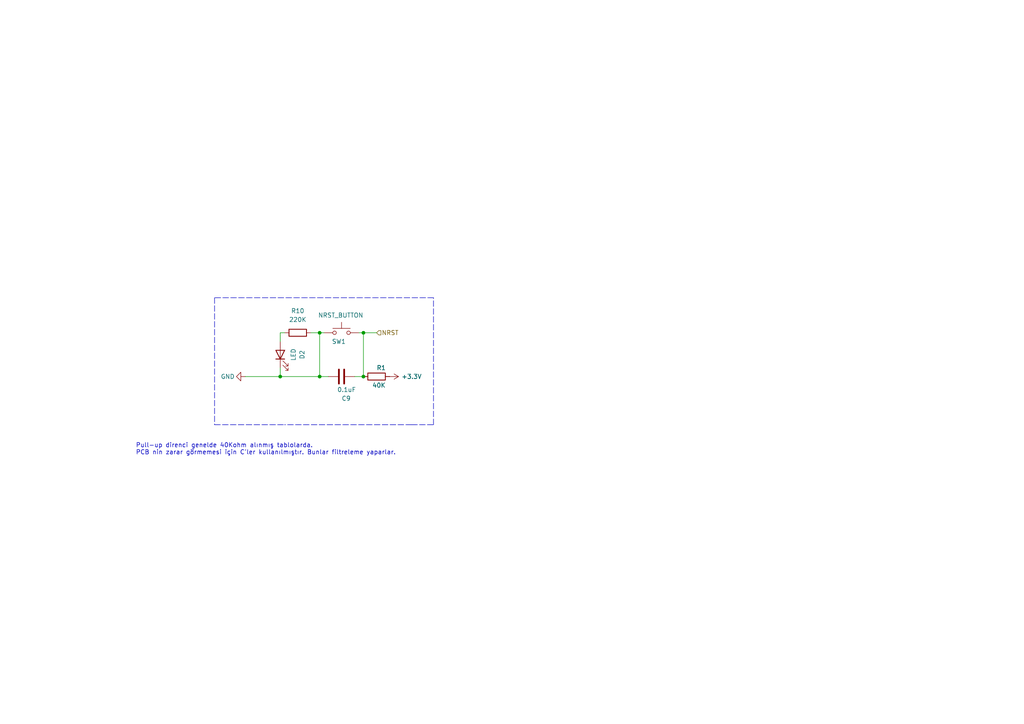
<source format=kicad_sch>
(kicad_sch (version 20211123) (generator eeschema)
  (paper "A4")
  (lib_symbols
    (symbol "Device:C" (pin_numbers hide) (pin_names (offset 0.254))
      (property "Reference" "C" (at 0.635 2.54 0))
      (property "Value" "C" (at 0.635 -2.54 0))
      (symbol "C_0_1"
        (polyline (pts (xy -2.032 -0.762) (xy 2.032 -0.762)) (stroke (width 0.508)))
        (polyline (pts (xy -2.032 0.762) (xy 2.032 0.762)) (stroke (width 0.508)))
      )
      (symbol "C_1_1"
        (pin passive line (at 0 3.81 270) (length 2.794) (name "~") (number "1"))
        (pin passive line (at 0 -3.81 90) (length 2.794) (name "~") (number "2"))
      )
    )
    (symbol "Device:LED" (pin_numbers hide) (pin_names (offset 1.016) hide)
      (property "Reference" "D" (at 0 2.54 0))
      (property "Value" "LED" (at 0 -2.54 0))
      (symbol "LED_0_1"
        (polyline (pts (xy -1.27 -1.27) (xy -1.27 1.27)) (stroke (width 0.254)))
        (polyline (pts (xy -1.27 0) (xy 1.27 0)))
        (polyline (pts (xy 1.27 -1.27) (xy 1.27 1.27) (xy -1.27 0) (xy 1.27 -1.27)) (stroke (width 0.254)))
        (polyline (pts (xy -3.048 -0.762) (xy -4.572 -2.286) (xy -3.81 -2.286) (xy -4.572 -2.286) (xy -4.572 -1.524)))
        (polyline (pts (xy -1.778 -0.762) (xy -3.302 -2.286) (xy -2.54 -2.286) (xy -3.302 -2.286) (xy -3.302 -1.524)))
      )
      (symbol "LED_1_1"
        (pin passive line (at -3.81 0 0) (length 2.54) (name "K") (number "1"))
        (pin passive line (at 3.81 0 180) (length 2.54) (name "A") (number "2"))
      )
    )
    (symbol "Device:R" (pin_numbers hide) (pin_names (offset 0))
      (property "Reference" "R" (at 2.032 0 90))
      (property "Value" "R" (at 0 0 90))
      (symbol "R_0_1"
        (rectangle (start -1.016 -2.54) (end 1.016 2.54) (stroke (width 0.254)))
      )
      (symbol "R_1_1"
        (pin passive line (at 0 3.81 270) (length 1.27) (name "~") (number "1"))
        (pin passive line (at 0 -3.81 90) (length 1.27) (name "~") (number "2"))
      )
    )
    (symbol "Switch:SW_Push" (pin_numbers hide) (pin_names (offset 1.016) hide)
      (property "Reference" "SW" (at 1.27 2.54 0))
      (property "Value" "SW_Push" (at 0 -1.524 0))
      (symbol "SW_Push_0_1"
        (circle (center -2.032 0) (radius 0.508))
        (polyline (pts (xy 0 1.27) (xy 0 3.048)))
        (polyline (pts (xy 2.54 1.27) (xy -2.54 1.27)))
        (circle (center 2.032 0) (radius 0.508))
        (pin passive line (at -5.08 0 0) (length 2.54) (name "1") (number "1"))
        (pin passive line (at 5.08 0 180) (length 2.54) (name "2") (number "2"))
      )
    )
    (symbol "power:+3.3V" (power) (pin_names (offset 0))
      (property "Value" "+3.3V" (at 0 3.556 0))
      (symbol "+3.3V_0_1"
        (polyline (pts (xy -0.762 1.27) (xy 0 2.54)))
        (polyline (pts (xy 0 0) (xy 0 2.54)))
        (polyline (pts (xy 0 2.54) (xy 0.762 1.27)))
      )
      (symbol "+3.3V_1_1"
        (pin power_in line (at 0 0 90) (length 0) hide (name "+3.3V") (number "1"))
      )
    )
    (symbol "power:GND" (power) (pin_names (offset 0))
      (property "Value" "GND" (at 0 -3.81 0))
      (symbol "GND_0_1"
        (polyline (pts (xy 0 0) (xy 0 -1.27) (xy 1.27 -1.27) (xy 0 -2.54) (xy -1.27 -1.27) (xy 0 -1.27)))
      )
      (symbol "GND_1_1"
        (pin power_in line (at 0 0 270) (length 0) hide (name "GND") (number "1"))
      )
    )
  )
  (junction (at 92.71 96.52))
  (junction (at 105.41 109.22))
  (junction (at 81.28 109.22))
  (junction (at 105.41 96.52))
  (junction (at 92.71 109.22))
  (wire (pts (xy 81.28 106.68) (xy 81.28 109.22)))
  (wire (pts (xy 104.14 96.52) (xy 105.41 96.52)))
  (wire (pts (xy 92.71 96.52) (xy 92.71 109.22)))
  (wire (pts (xy 81.28 109.22) (xy 92.71 109.22)))
  (wire (pts (xy 82.55 96.52) (xy 81.28 96.52)))
  (wire (pts (xy 81.28 96.52) (xy 81.28 99.06)))
  (polyline (pts (xy 125.73 86.36) (xy 62.23 86.36)))
  (wire (pts (xy 105.41 109.22) (xy 102.87 109.22)))
  (wire (pts (xy 109.22 96.52) (xy 105.41 96.52)))
  (polyline (pts (xy 62.23 123.19) (xy 82.55 123.19)))
  (polyline (pts (xy 119.38 123.19) (xy 82.55 123.19)))
  (wire (pts (xy 92.71 96.52) (xy 93.98 96.52)))
  (polyline (pts (xy 62.23 86.36) (xy 62.23 123.19)))
  (polyline (pts (xy 119.38 123.19) (xy 125.73 123.19)))
  (wire (pts (xy 90.17 96.52) (xy 92.71 96.52)))
  (polyline (pts (xy 125.73 123.19) (xy 125.73 86.36)))
  (wire (pts (xy 71.12 109.22) (xy 81.28 109.22)))
  (wire (pts (xy 105.41 96.52) (xy 105.41 109.22)))
  (wire (pts (xy 92.71 109.22) (xy 95.25 109.22)))
  (text "Pull-up direnci genelde 40Kohm alınmış tablolarda.\nPCB nin zarar görmemesi için C'ler kullanılmıştır. Bunlar filtreleme yaparlar." (at 39.37 132.08 0) (effects (font (size 1.27 1.27)) (justify left bottom)))
  (hierarchical_label "NRST" (shape input) (at 109.22 96.52 0))
  (symbol (lib_id "Device:R") (at 86.36 96.52 90) (unit 1)
    (property "Reference" "R10" (at 86.36 90.17 90))
    (property "Value" "220K" (at 86.36 92.71 90))
    (property "Footprint" "Resistor_SMD:R_0603_1608Metric_Pad0.98x0.95mm_HandSolder" (effects hide))
  )
  (symbol (lib_id "Device:C") (at 99.06 109.22 90) (unit 1)
    (property "Reference" "C9" (at 99.06 115.57 90) (effects (justify right)))
    (property "Value" "0.1uF" (at 97.7901 113.03 90) (effects (justify right)))
    (property "Footprint" "Capacitor_SMD:C_0603_1608Metric_Pad1.08x0.95mm_HandSolder" (effects hide))
  )
  (symbol (lib_id "Device:LED") (at 81.28 102.87 90) (unit 1)
    (property "Reference" "D2" (at 87.63 102.87 0))
    (property "Value" "LED" (at 85.09 102.87 0))
    (property "Footprint" "LED_SMD:LED_0805_2012Metric_Pad1.15x1.40mm_HandSolder" (effects hide))
  )
  (symbol (lib_id "Device:R") (at 109.22 109.22 270) (unit 1)
    (property "Reference" "R1" (at 109.22 106.68 90) (effects (justify left)))
    (property "Value" "40K" (at 107.9501 111.76 90) (effects (justify left)))
    (property "Footprint" "Resistor_SMD:R_0603_1608Metric_Pad0.98x0.95mm_HandSolder" (effects hide))
  )
  (symbol (lib_id "power:GND") (at 71.12 109.22 270) (unit 1)
    (property "Reference" "#PWR07" (effects hide))
    (property "Value" "GND" (at 66.04 109.22 90))
  )
  (symbol (lib_id "Switch:SW_Push") (at 99.06 96.52 0) (unit 1)
    (property "Reference" "SW1" (at 100.33 99.06 0) (effects (justify right)))
    (property "Value" "NRST_BUTTON" (at 105.41 91.44 0) (effects (justify right)))
    (property "Footprint" "Button_Switch_SMD:SW_SPST_B3U-1000P-B" (effects hide))
  )
  (symbol (lib_id "power:+3.3V") (at 113.03 109.22 270) (unit 1)
    (property "Reference" "#PWR08" (effects hide))
    (property "Value" "+3.3V" (at 119.38 109.22 90))
  )
)
</source>
